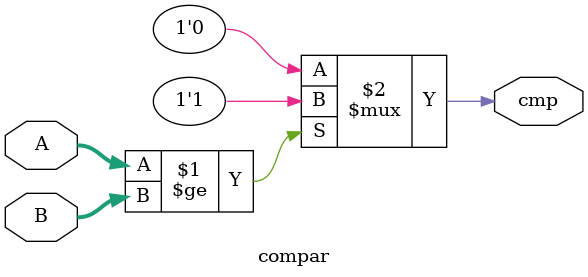
<source format=v>
module compar(A, B, cmp); 
input [7:0] A; 
input [7:0] B; 
output cmp; 
assign cmp = A >= B ? 1'b1 : 1'b0; 
endmodule
</source>
